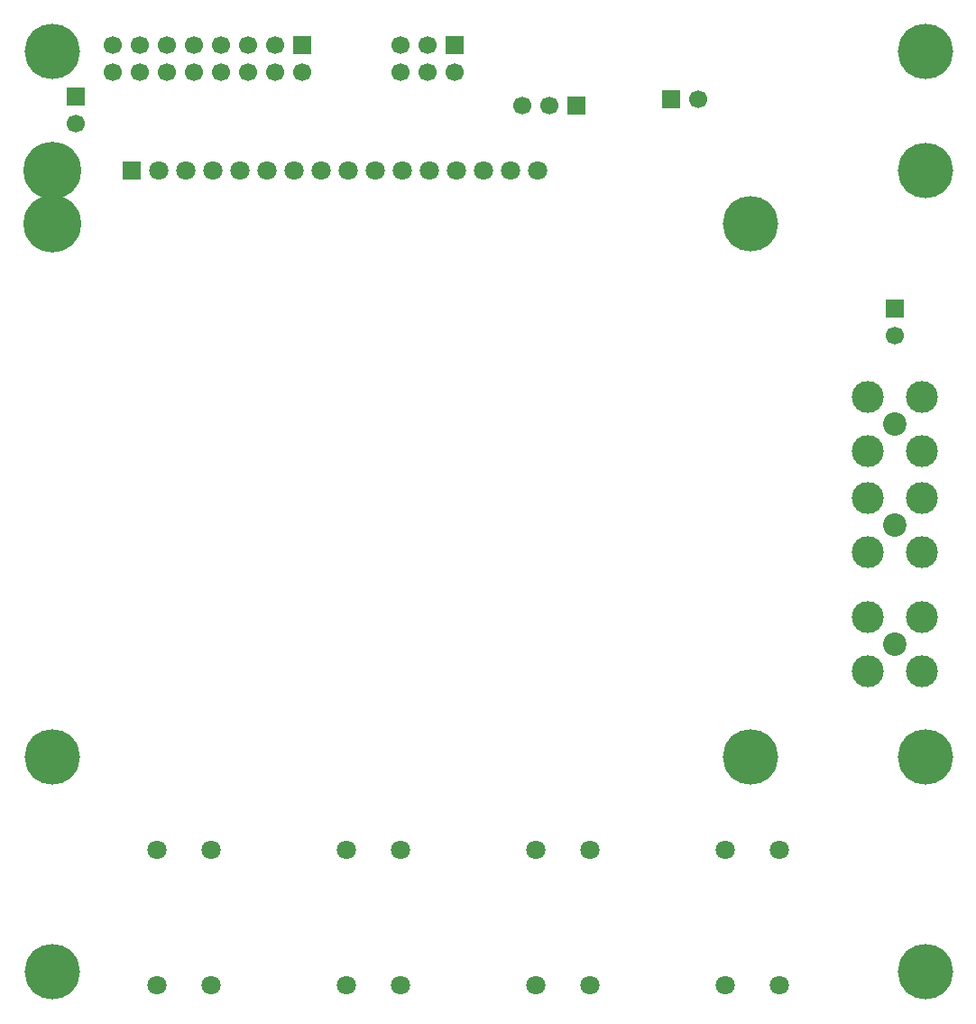
<source format=gbs>
%FSLAX25Y25*%
%MOIN*%
G70*
G01*
G75*
G04 Layer_Color=16711935*
%ADD10C,0.01181*%
%ADD11C,0.00984*%
%ADD12R,0.05906X0.05906*%
%ADD13R,0.03150X0.03543*%
%ADD14R,0.07874X0.21654*%
%ADD15R,0.02756X0.03543*%
%ADD16R,0.05512X0.05512*%
%ADD17R,0.10236X0.04331*%
%ADD18R,0.04331X0.10236*%
%ADD19R,0.04528X0.02362*%
%ADD20R,0.03543X0.02756*%
%ADD21R,0.20079X0.20079*%
%ADD22R,0.00984X0.02362*%
%ADD23R,0.02362X0.00984*%
%ADD24R,0.03543X0.03150*%
%ADD25R,0.09449X0.03937*%
%ADD26R,0.09449X0.12598*%
%ADD27R,0.05512X0.05512*%
%ADD28R,0.06890X0.02165*%
%ADD29R,0.02165X0.06890*%
%ADD30R,0.04331X0.02559*%
%ADD31R,0.05433X0.01575*%
%ADD32R,0.08268X0.05630*%
%ADD33R,0.08268X0.05709*%
%ADD34R,0.07480X0.04626*%
%ADD35R,0.07480X0.09350*%
%ADD36C,0.04724*%
%ADD37C,0.03937*%
%ADD38C,0.01000*%
%ADD39C,0.19685*%
%ADD40C,0.20472*%
%ADD41R,0.05906X0.05906*%
%ADD42C,0.05906*%
%ADD43C,0.06299*%
%ADD44C,0.11024*%
%ADD45C,0.07874*%
%ADD46R,0.06299X0.06299*%
%ADD47C,0.03543*%
%ADD48C,0.03150*%
%ADD49C,0.00000*%
%ADD50C,0.02362*%
%ADD51C,0.00787*%
%ADD52C,0.00800*%
%ADD53R,0.06693X0.06693*%
%ADD54R,0.03937X0.04331*%
%ADD55R,0.08661X0.22441*%
%ADD56R,0.03543X0.04331*%
%ADD57R,0.06299X0.06299*%
%ADD58R,0.11024X0.05118*%
%ADD59R,0.05118X0.11024*%
%ADD60R,0.05315X0.03150*%
%ADD61R,0.04331X0.03543*%
%ADD62R,0.20866X0.20866*%
%ADD63R,0.01575X0.02953*%
%ADD64R,0.02953X0.01575*%
%ADD65R,0.04331X0.03937*%
%ADD66R,0.10236X0.04724*%
%ADD67R,0.10236X0.13386*%
%ADD68R,0.07677X0.02953*%
%ADD69R,0.02953X0.07677*%
%ADD70R,0.05118X0.03347*%
%ADD71R,0.06221X0.02362*%
%ADD72R,0.09055X0.06417*%
%ADD73R,0.09055X0.06496*%
%ADD74R,0.08268X0.05413*%
%ADD75R,0.08268X0.10138*%
%ADD76C,0.21260*%
%ADD77R,0.06693X0.06693*%
%ADD78C,0.06693*%
%ADD79C,0.07087*%
%ADD80C,0.11811*%
%ADD81C,0.08661*%
%ADD82R,0.07087X0.07087*%
D40*
X533898Y204465D02*
D03*
Y421000D02*
D03*
X469331Y204465D02*
D03*
X211063Y125000D02*
D03*
Y465000D02*
D03*
X533898Y125000D02*
D03*
X469331Y401315D02*
D03*
X211063Y204465D02*
D03*
X533898Y465000D02*
D03*
D53*
X405000Y445000D02*
D03*
X440000Y447500D02*
D03*
X303622Y467500D02*
D03*
X360000D02*
D03*
D76*
X211063Y421000D02*
D03*
Y401315D02*
D03*
D77*
X220000Y448287D02*
D03*
X522500Y370000D02*
D03*
D78*
X220000Y438287D02*
D03*
X395000Y445000D02*
D03*
X385000D02*
D03*
X450000Y447500D02*
D03*
X303622Y457500D02*
D03*
X293622Y467500D02*
D03*
Y457500D02*
D03*
X283622Y467500D02*
D03*
Y457500D02*
D03*
X273622Y467500D02*
D03*
Y457500D02*
D03*
X263622Y467500D02*
D03*
Y457500D02*
D03*
X253622Y467500D02*
D03*
Y457500D02*
D03*
X243622Y467500D02*
D03*
Y457500D02*
D03*
X233622Y467500D02*
D03*
Y457500D02*
D03*
X522500Y360000D02*
D03*
X360000Y457500D02*
D03*
X350000Y467500D02*
D03*
Y457500D02*
D03*
X340000Y467500D02*
D03*
Y457500D02*
D03*
D79*
X480000Y170000D02*
D03*
X460000D02*
D03*
Y120000D02*
D03*
X480000D02*
D03*
X410000Y170000D02*
D03*
X390000D02*
D03*
Y120000D02*
D03*
X410000D02*
D03*
X340000Y170000D02*
D03*
X320000D02*
D03*
Y120000D02*
D03*
X340000D02*
D03*
X270000Y170000D02*
D03*
X250000D02*
D03*
Y120000D02*
D03*
X270000D02*
D03*
X250590Y421000D02*
D03*
X260591D02*
D03*
X270590D02*
D03*
X280591D02*
D03*
X290591D02*
D03*
X300590D02*
D03*
X310591D02*
D03*
X320590D02*
D03*
X330591D02*
D03*
X340591D02*
D03*
X350590D02*
D03*
X360591D02*
D03*
X370590D02*
D03*
X380591D02*
D03*
X390591D02*
D03*
D80*
X512500Y236063D02*
D03*
Y256063D02*
D03*
X532500D02*
D03*
Y236063D02*
D03*
X512500Y317500D02*
D03*
Y337500D02*
D03*
X532500D02*
D03*
Y317500D02*
D03*
X512500Y280000D02*
D03*
Y300000D02*
D03*
X532500D02*
D03*
Y280000D02*
D03*
D81*
X522500Y246063D02*
D03*
Y327500D02*
D03*
Y290000D02*
D03*
D82*
X240591Y421000D02*
D03*
M02*

</source>
